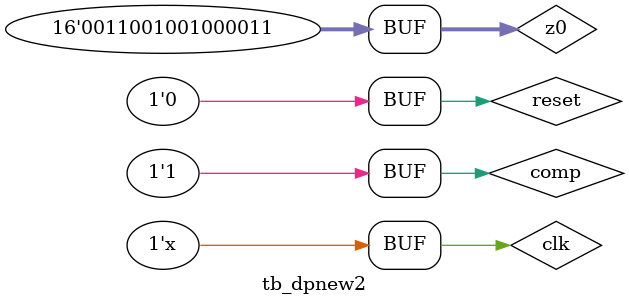
<source format=v>
`timescale 1ns / 1ps


module tb_dpnew2(
	);
	
	wire [15:0] x,y;
	wire [3:0] i;
	wire stop;
	wire [4:0] counter;
	wire [1:0] state;
	
	reg reset,comp,clk;    
	reg [15:0] z0;
	
	ctrldp_test uut(x,y,stop,state,i,counter,z0,reset,comp,clk);
	
	initial
	begin
	 clk=0;
	 reset=1;
	 z0=16'b0011001001000011; //pi/4
	end
	
	always
		#10 clk=~clk;
		 
	initial
	begin
		#16 reset=1;
		#20 reset=0;comp=1;
		#50 comp=0;
		#50 comp=1;
		#50 comp=0;
		#50 comp=1;
		#50 comp=0;
		#50 comp=1;
		#50 comp=0;
		#50 comp=1;
		#50 comp=0;
		#50 comp=1;
		#50 comp=0;
		#50 comp=1;
		#50 comp=0;
		#50 comp=1;
		#50 comp=0;
		#50 comp=1;
		#50 comp=0;
		#50 comp=1;
		#50 comp=0;
		#50 comp=1;
		#50 comp=0;
		#50 comp=1;
		#50 comp=0;
		#50 comp=1;
		#50 comp=0;
		#50 comp=1;
		#50 comp=0;
		#50 comp=1;
		#50 comp=0;
		#50 comp=1;
		#50 comp=0;
		#50 comp=1;
		#50 comp=0;
		#50 comp=1;
		#50 comp=0;
		#50 comp=1;
		#50 comp=1;
		#50 comp=0;
		#50 comp=1;
		#50 comp=0;
		#50 comp=1;
		#50 comp=0;
		#50 comp=1;
		#50 comp=0;
		#50 comp=1;
		#50 comp=0;
		#50 comp=1;
		#50 comp=0;
		#50 comp=1;
		#50 comp=0;
		#50 comp=1;
		#50 comp=0;
		#50 comp=1;
	end
	
	
endmodule

</source>
